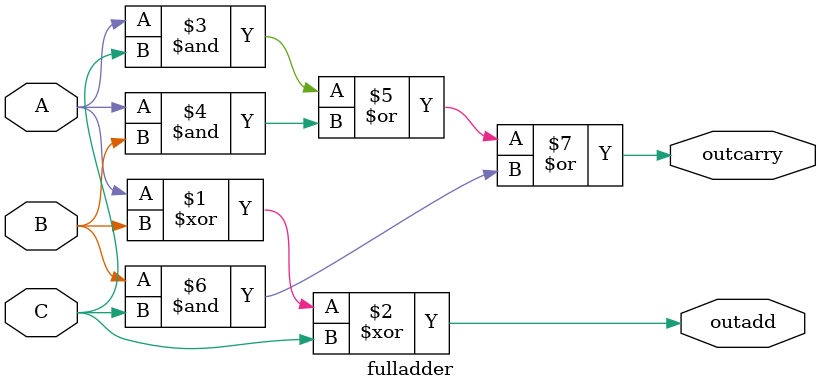
<source format=v>
`timescale 1ns / 1ps
module fulladder(
    input A,
    input B,
    input C,
 	 output outadd,
	 output outcarry
    );
	 

	assign outadd = (A ^ B) ^ C;
	assign outcarry = (A&C) | (A&B) | (B&C);

endmodule

</source>
